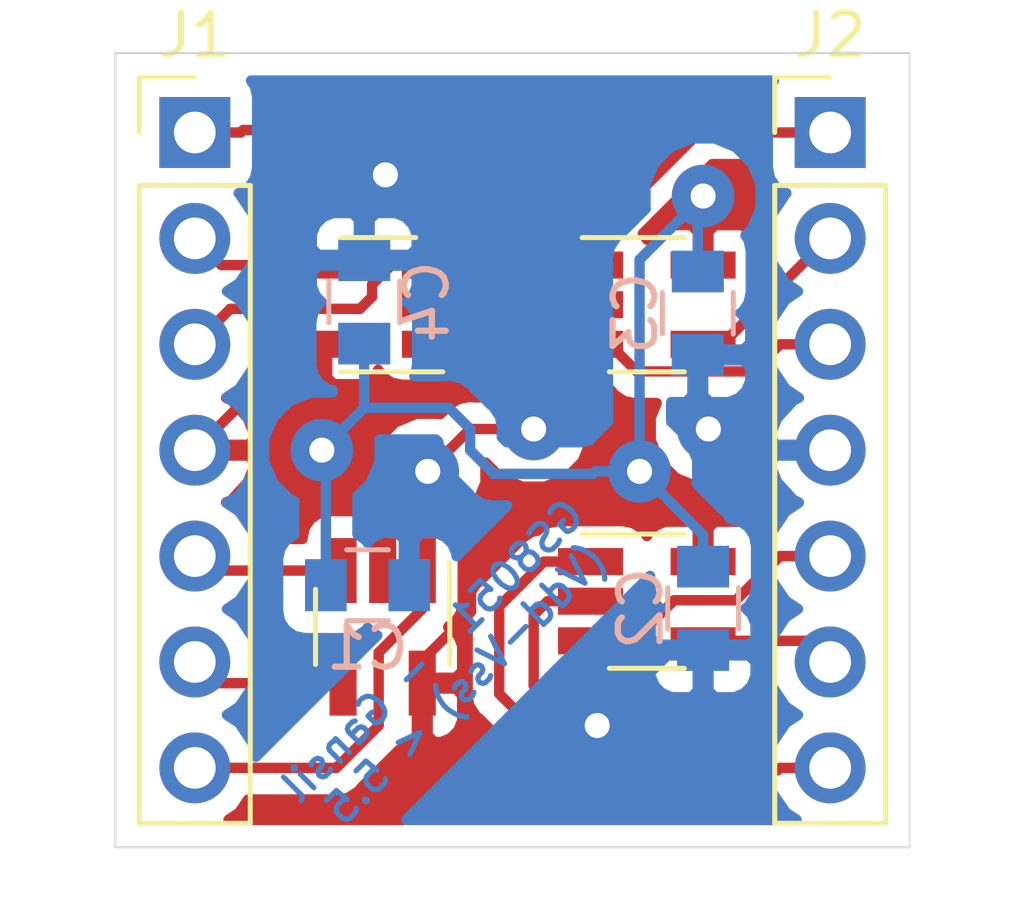
<source format=kicad_pcb>
(kicad_pcb (version 20171130) (host pcbnew 6.0.0-rc1-unknown-445a9fa~66~ubuntu16.04.1)

  (general
    (thickness 1.6)
    (drawings 5)
    (tracks 124)
    (zones 0)
    (modules 10)
    (nets 15)
  )

  (page A4)
  (layers
    (0 F.Cu signal)
    (31 B.Cu signal)
    (32 B.Adhes user)
    (33 F.Adhes user)
    (34 B.Paste user)
    (35 F.Paste user)
    (36 B.SilkS user)
    (37 F.SilkS user)
    (38 B.Mask user)
    (39 F.Mask user)
    (40 Dwgs.User user)
    (41 Cmts.User user)
    (42 Eco1.User user)
    (43 Eco2.User user)
    (44 Edge.Cuts user)
    (45 Margin user)
    (46 B.CrtYd user)
    (47 F.CrtYd user)
    (48 B.Fab user)
    (49 F.Fab user)
  )

  (setup
    (last_trace_width 0.25)
    (trace_clearance 0.3)
    (zone_clearance 0.508)
    (zone_45_only no)
    (trace_min 0.2)
    (via_size 1.5)
    (via_drill 0.6)
    (via_min_size 0.4)
    (via_min_drill 0.3)
    (uvia_size 0.3)
    (uvia_drill 0.1)
    (uvias_allowed no)
    (uvia_min_size 0.2)
    (uvia_min_drill 0.1)
    (edge_width 0.05)
    (segment_width 0.2)
    (pcb_text_width 0.3)
    (pcb_text_size 1.5 1.5)
    (mod_edge_width 0.12)
    (mod_text_size 1 1)
    (mod_text_width 0.15)
    (pad_size 1.524 1.524)
    (pad_drill 0.762)
    (pad_to_mask_clearance 0.051)
    (solder_mask_min_width 0.25)
    (aux_axis_origin 0 0)
    (visible_elements FFFFFF7F)
    (pcbplotparams
      (layerselection 0x010fc_ffffffff)
      (usegerberextensions false)
      (usegerberattributes false)
      (usegerberadvancedattributes false)
      (creategerberjobfile false)
      (excludeedgelayer true)
      (linewidth 0.100000)
      (plotframeref false)
      (viasonmask false)
      (mode 1)
      (useauxorigin false)
      (hpglpennumber 1)
      (hpglpenspeed 20)
      (hpglpendiameter 15.000000)
      (psnegative false)
      (psa4output false)
      (plotreference true)
      (plotvalue true)
      (plotinvisibletext false)
      (padsonsilk false)
      (subtractmaskfromsilk false)
      (outputformat 1)
      (mirror false)
      (drillshape 1)
      (scaleselection 1)
      (outputdirectory ""))
  )

  (net 0 "")
  (net 1 Out2)
  (net 2 In2-)
  (net 3 In2+)
  (net 4 Vdd)
  (net 5 In1+)
  (net 6 In1-)
  (net 7 Out1)
  (net 8 Out4)
  (net 9 In4-)
  (net 10 In4+)
  (net 11 GND)
  (net 12 In3+)
  (net 13 In3-)
  (net 14 Out3)

  (net_class Default "This is the default net class."
    (clearance 0.3)
    (trace_width 0.25)
    (via_dia 1.5)
    (via_drill 0.6)
    (uvia_dia 0.3)
    (uvia_drill 0.1)
    (add_net GND)
    (add_net In1+)
    (add_net In1-)
    (add_net In2+)
    (add_net In2-)
    (add_net In3+)
    (add_net In3-)
    (add_net In4+)
    (add_net In4-)
    (add_net Out1)
    (add_net Out2)
    (add_net Out3)
    (add_net Out4)
    (add_net Vdd)
  )

  (module Pin_Headers:Pin_Header_Straight_1x07_Pitch2.54mm (layer F.Cu) (tedit 59650532) (tstamp 5BF1E89C)
    (at 214.249 90.3605)
    (descr "Through hole straight pin header, 1x07, 2.54mm pitch, single row")
    (tags "Through hole pin header THT 1x07 2.54mm single row")
    (path /5BF1E0AE)
    (fp_text reference J1 (at 0 -2.33) (layer F.SilkS)
      (effects (font (size 1 1) (thickness 0.15)))
    )
    (fp_text value Conn_01x07 (at 0 17.57) (layer F.Fab)
      (effects (font (size 1 1) (thickness 0.15)))
    )
    (fp_text user %R (at 0 7.62 90) (layer F.Fab)
      (effects (font (size 1 1) (thickness 0.15)))
    )
    (fp_line (start 1.8 -1.8) (end -1.8 -1.8) (layer F.CrtYd) (width 0.05))
    (fp_line (start 1.8 17.05) (end 1.8 -1.8) (layer F.CrtYd) (width 0.05))
    (fp_line (start -1.8 17.05) (end 1.8 17.05) (layer F.CrtYd) (width 0.05))
    (fp_line (start -1.8 -1.8) (end -1.8 17.05) (layer F.CrtYd) (width 0.05))
    (fp_line (start -1.33 -1.33) (end 0 -1.33) (layer F.SilkS) (width 0.12))
    (fp_line (start -1.33 0) (end -1.33 -1.33) (layer F.SilkS) (width 0.12))
    (fp_line (start -1.33 1.27) (end 1.33 1.27) (layer F.SilkS) (width 0.12))
    (fp_line (start 1.33 1.27) (end 1.33 16.57) (layer F.SilkS) (width 0.12))
    (fp_line (start -1.33 1.27) (end -1.33 16.57) (layer F.SilkS) (width 0.12))
    (fp_line (start -1.33 16.57) (end 1.33 16.57) (layer F.SilkS) (width 0.12))
    (fp_line (start -1.27 -0.635) (end -0.635 -1.27) (layer F.Fab) (width 0.1))
    (fp_line (start -1.27 16.51) (end -1.27 -0.635) (layer F.Fab) (width 0.1))
    (fp_line (start 1.27 16.51) (end -1.27 16.51) (layer F.Fab) (width 0.1))
    (fp_line (start 1.27 -1.27) (end 1.27 16.51) (layer F.Fab) (width 0.1))
    (fp_line (start -0.635 -1.27) (end 1.27 -1.27) (layer F.Fab) (width 0.1))
    (pad 7 thru_hole oval (at 0 15.24) (size 1.7 1.7) (drill 1) (layers *.Cu *.Mask)
      (net 1 Out2))
    (pad 6 thru_hole oval (at 0 12.7) (size 1.7 1.7) (drill 1) (layers *.Cu *.Mask)
      (net 2 In2-))
    (pad 5 thru_hole oval (at 0 10.16) (size 1.7 1.7) (drill 1) (layers *.Cu *.Mask)
      (net 3 In2+))
    (pad 4 thru_hole oval (at 0 7.62) (size 1.7 1.7) (drill 1) (layers *.Cu *.Mask)
      (net 4 Vdd))
    (pad 3 thru_hole oval (at 0 5.08) (size 1.7 1.7) (drill 1) (layers *.Cu *.Mask)
      (net 5 In1+))
    (pad 2 thru_hole oval (at 0 2.54) (size 1.7 1.7) (drill 1) (layers *.Cu *.Mask)
      (net 6 In1-))
    (pad 1 thru_hole rect (at 0 0) (size 1.7 1.7) (drill 1) (layers *.Cu *.Mask)
      (net 7 Out1))
    (model ${KISYS3DMOD}/Pin_Headers.3dshapes/Pin_Header_Straight_1x07_Pitch2.54mm.wrl
      (at (xyz 0 0 0))
      (scale (xyz 1 1 1))
      (rotate (xyz 0 0 0))
    )
  )

  (module Pin_Headers:Pin_Header_Straight_1x07_Pitch2.54mm (layer F.Cu) (tedit 59650532) (tstamp 5BF1E8B7)
    (at 229.489 90.3605)
    (descr "Through hole straight pin header, 1x07, 2.54mm pitch, single row")
    (tags "Through hole pin header THT 1x07 2.54mm single row")
    (path /5BF1E0F6)
    (fp_text reference J2 (at 0 -2.33) (layer F.SilkS)
      (effects (font (size 1 1) (thickness 0.15)))
    )
    (fp_text value Conn_01x07 (at 0 17.57) (layer F.Fab)
      (effects (font (size 1 1) (thickness 0.15)))
    )
    (fp_line (start -0.635 -1.27) (end 1.27 -1.27) (layer F.Fab) (width 0.1))
    (fp_line (start 1.27 -1.27) (end 1.27 16.51) (layer F.Fab) (width 0.1))
    (fp_line (start 1.27 16.51) (end -1.27 16.51) (layer F.Fab) (width 0.1))
    (fp_line (start -1.27 16.51) (end -1.27 -0.635) (layer F.Fab) (width 0.1))
    (fp_line (start -1.27 -0.635) (end -0.635 -1.27) (layer F.Fab) (width 0.1))
    (fp_line (start -1.33 16.57) (end 1.33 16.57) (layer F.SilkS) (width 0.12))
    (fp_line (start -1.33 1.27) (end -1.33 16.57) (layer F.SilkS) (width 0.12))
    (fp_line (start 1.33 1.27) (end 1.33 16.57) (layer F.SilkS) (width 0.12))
    (fp_line (start -1.33 1.27) (end 1.33 1.27) (layer F.SilkS) (width 0.12))
    (fp_line (start -1.33 0) (end -1.33 -1.33) (layer F.SilkS) (width 0.12))
    (fp_line (start -1.33 -1.33) (end 0 -1.33) (layer F.SilkS) (width 0.12))
    (fp_line (start -1.8 -1.8) (end -1.8 17.05) (layer F.CrtYd) (width 0.05))
    (fp_line (start -1.8 17.05) (end 1.8 17.05) (layer F.CrtYd) (width 0.05))
    (fp_line (start 1.8 17.05) (end 1.8 -1.8) (layer F.CrtYd) (width 0.05))
    (fp_line (start 1.8 -1.8) (end -1.8 -1.8) (layer F.CrtYd) (width 0.05))
    (fp_text user %R (at 0 7.62 90) (layer F.Fab)
      (effects (font (size 1 1) (thickness 0.15)))
    )
    (pad 1 thru_hole rect (at 0 0) (size 1.7 1.7) (drill 1) (layers *.Cu *.Mask)
      (net 8 Out4))
    (pad 2 thru_hole oval (at 0 2.54) (size 1.7 1.7) (drill 1) (layers *.Cu *.Mask)
      (net 9 In4-))
    (pad 3 thru_hole oval (at 0 5.08) (size 1.7 1.7) (drill 1) (layers *.Cu *.Mask)
      (net 10 In4+))
    (pad 4 thru_hole oval (at 0 7.62) (size 1.7 1.7) (drill 1) (layers *.Cu *.Mask)
      (net 11 GND))
    (pad 5 thru_hole oval (at 0 10.16) (size 1.7 1.7) (drill 1) (layers *.Cu *.Mask)
      (net 12 In3+))
    (pad 6 thru_hole oval (at 0 12.7) (size 1.7 1.7) (drill 1) (layers *.Cu *.Mask)
      (net 13 In3-))
    (pad 7 thru_hole oval (at 0 15.24) (size 1.7 1.7) (drill 1) (layers *.Cu *.Mask)
      (net 14 Out3))
    (model ${KISYS3DMOD}/Pin_Headers.3dshapes/Pin_Header_Straight_1x07_Pitch2.54mm.wrl
      (at (xyz 0 0 0))
      (scale (xyz 1 1 1))
      (rotate (xyz 0 0 0))
    )
  )

  (module TO_SOT_Packages_SMD:SOT-23-5_HandSoldering (layer F.Cu) (tedit 58CE4E7E) (tstamp 5BF1E8CC)
    (at 218.647 94.4905 180)
    (descr "5-pin SOT23 package")
    (tags "SOT-23-5 hand-soldering")
    (path /5BF1F037)
    (attr smd)
    (fp_text reference U1 (at 0 -2.9 180) (layer F.SilkS) hide
      (effects (font (size 1 1) (thickness 0.15)))
    )
    (fp_text value "GS8051 - Gansil" (at 0 2.9 180) (layer F.Fab) hide
      (effects (font (size 1 1) (thickness 0.15)))
    )
    (fp_line (start 2.38 1.8) (end -2.38 1.8) (layer F.CrtYd) (width 0.05))
    (fp_line (start 2.38 1.8) (end 2.38 -1.8) (layer F.CrtYd) (width 0.05))
    (fp_line (start -2.38 -1.8) (end -2.38 1.8) (layer F.CrtYd) (width 0.05))
    (fp_line (start -2.38 -1.8) (end 2.38 -1.8) (layer F.CrtYd) (width 0.05))
    (fp_line (start 0.9 -1.55) (end 0.9 1.55) (layer F.Fab) (width 0.1))
    (fp_line (start 0.9 1.55) (end -0.9 1.55) (layer F.Fab) (width 0.1))
    (fp_line (start -0.9 -0.9) (end -0.9 1.55) (layer F.Fab) (width 0.1))
    (fp_line (start 0.9 -1.55) (end -0.25 -1.55) (layer F.Fab) (width 0.1))
    (fp_line (start -0.9 -0.9) (end -0.25 -1.55) (layer F.Fab) (width 0.1))
    (fp_line (start 0.9 -1.61) (end -1.55 -1.61) (layer F.SilkS) (width 0.12))
    (fp_line (start -0.9 1.61) (end 0.9 1.61) (layer F.SilkS) (width 0.12))
    (fp_text user %R (at -0.334 -0.442) (layer F.Fab)
      (effects (font (size 0.5 0.5) (thickness 0.075)))
    )
    (pad 5 smd rect (at 1.35 -0.95 180) (size 1.56 0.65) (layers F.Cu F.Paste F.Mask)
      (net 4 Vdd))
    (pad 4 smd rect (at 1.35 0.95 180) (size 1.56 0.65) (layers F.Cu F.Paste F.Mask)
      (net 6 In1-))
    (pad 3 smd rect (at -1.35 0.95 180) (size 1.56 0.65) (layers F.Cu F.Paste F.Mask)
      (net 5 In1+))
    (pad 2 smd rect (at -1.35 0 180) (size 1.56 0.65) (layers F.Cu F.Paste F.Mask)
      (net 11 GND))
    (pad 1 smd rect (at -1.35 -0.95 180) (size 1.56 0.65) (layers F.Cu F.Paste F.Mask)
      (net 7 Out1))
    (model ${KISYS3DMOD}/TO_SOT_Packages_SMD.3dshapes\SOT-23-5.wrl
      (at (xyz 0 0 0))
      (scale (xyz 1 1 1))
      (rotate (xyz 0 0 0))
    )
  )

  (module TO_SOT_Packages_SMD:SOT-23-5_HandSoldering (layer F.Cu) (tedit 58CE4E7E) (tstamp 5BF1E8E1)
    (at 225.091 101.6025)
    (descr "5-pin SOT23 package")
    (tags "SOT-23-5 hand-soldering")
    (path /5BF1F3E0)
    (attr smd)
    (fp_text reference U2 (at 0 -2.9) (layer F.SilkS) hide
      (effects (font (size 1 1) (thickness 0.15)))
    )
    (fp_text value "GS8051 - Gansil" (at 0 2.9) (layer F.Fab) hide
      (effects (font (size 1 1) (thickness 0.15)))
    )
    (fp_text user %R (at 0 0 90) (layer F.Fab)
      (effects (font (size 0.5 0.5) (thickness 0.075)))
    )
    (fp_line (start -0.9 1.61) (end 0.9 1.61) (layer F.SilkS) (width 0.12))
    (fp_line (start 0.9 -1.61) (end -1.55 -1.61) (layer F.SilkS) (width 0.12))
    (fp_line (start -0.9 -0.9) (end -0.25 -1.55) (layer F.Fab) (width 0.1))
    (fp_line (start 0.9 -1.55) (end -0.25 -1.55) (layer F.Fab) (width 0.1))
    (fp_line (start -0.9 -0.9) (end -0.9 1.55) (layer F.Fab) (width 0.1))
    (fp_line (start 0.9 1.55) (end -0.9 1.55) (layer F.Fab) (width 0.1))
    (fp_line (start 0.9 -1.55) (end 0.9 1.55) (layer F.Fab) (width 0.1))
    (fp_line (start -2.38 -1.8) (end 2.38 -1.8) (layer F.CrtYd) (width 0.05))
    (fp_line (start -2.38 -1.8) (end -2.38 1.8) (layer F.CrtYd) (width 0.05))
    (fp_line (start 2.38 1.8) (end 2.38 -1.8) (layer F.CrtYd) (width 0.05))
    (fp_line (start 2.38 1.8) (end -2.38 1.8) (layer F.CrtYd) (width 0.05))
    (pad 1 smd rect (at -1.35 -0.95) (size 1.56 0.65) (layers F.Cu F.Paste F.Mask)
      (net 14 Out3))
    (pad 2 smd rect (at -1.35 0) (size 1.56 0.65) (layers F.Cu F.Paste F.Mask)
      (net 11 GND))
    (pad 3 smd rect (at -1.35 0.95) (size 1.56 0.65) (layers F.Cu F.Paste F.Mask)
      (net 12 In3+))
    (pad 4 smd rect (at 1.35 0.95) (size 1.56 0.65) (layers F.Cu F.Paste F.Mask)
      (net 13 In3-))
    (pad 5 smd rect (at 1.35 -0.95) (size 1.56 0.65) (layers F.Cu F.Paste F.Mask)
      (net 4 Vdd))
    (model ${KISYS3DMOD}/TO_SOT_Packages_SMD.3dshapes\SOT-23-5.wrl
      (at (xyz 0 0 0))
      (scale (xyz 1 1 1))
      (rotate (xyz 0 0 0))
    )
  )

  (module TO_SOT_Packages_SMD:SOT-23-5_HandSoldering (layer F.Cu) (tedit 58CE4E7E) (tstamp 5BF1E8F6)
    (at 218.755 102.2185 270)
    (descr "5-pin SOT23 package")
    (tags "SOT-23-5 hand-soldering")
    (path /5BF1F4F3)
    (attr smd)
    (fp_text reference U3 (at 0 -2.9 270) (layer F.SilkS) hide
      (effects (font (size 1 1) (thickness 0.15)))
    )
    (fp_text value "GS8051 - Gansil" (at 0 2.9 270) (layer F.Fab) hide
      (effects (font (size 1 1) (thickness 0.15)))
    )
    (fp_line (start 2.38 1.8) (end -2.38 1.8) (layer F.CrtYd) (width 0.05))
    (fp_line (start 2.38 1.8) (end 2.38 -1.8) (layer F.CrtYd) (width 0.05))
    (fp_line (start -2.38 -1.8) (end -2.38 1.8) (layer F.CrtYd) (width 0.05))
    (fp_line (start -2.38 -1.8) (end 2.38 -1.8) (layer F.CrtYd) (width 0.05))
    (fp_line (start 0.9 -1.55) (end 0.9 1.55) (layer F.Fab) (width 0.1))
    (fp_line (start 0.9 1.55) (end -0.9 1.55) (layer F.Fab) (width 0.1))
    (fp_line (start -0.9 -0.9) (end -0.9 1.55) (layer F.Fab) (width 0.1))
    (fp_line (start 0.9 -1.55) (end -0.25 -1.55) (layer F.Fab) (width 0.1))
    (fp_line (start -0.9 -0.9) (end -0.25 -1.55) (layer F.Fab) (width 0.1))
    (fp_line (start 0.9 -1.61) (end -1.55 -1.61) (layer F.SilkS) (width 0.12))
    (fp_line (start -0.9 1.61) (end 0.9 1.61) (layer F.SilkS) (width 0.12))
    (fp_text user %R (at 0 0) (layer F.Fab)
      (effects (font (size 0.5 0.5) (thickness 0.075)))
    )
    (pad 5 smd rect (at 1.35 -0.95 270) (size 1.56 0.65) (layers F.Cu F.Paste F.Mask)
      (net 4 Vdd))
    (pad 4 smd rect (at 1.35 0.95 270) (size 1.56 0.65) (layers F.Cu F.Paste F.Mask)
      (net 2 In2-))
    (pad 3 smd rect (at -1.35 0.95 270) (size 1.56 0.65) (layers F.Cu F.Paste F.Mask)
      (net 3 In2+))
    (pad 2 smd rect (at -1.35 0 270) (size 1.56 0.65) (layers F.Cu F.Paste F.Mask)
      (net 11 GND))
    (pad 1 smd rect (at -1.35 -0.95 270) (size 1.56 0.65) (layers F.Cu F.Paste F.Mask)
      (net 1 Out2))
    (model ${KISYS3DMOD}/TO_SOT_Packages_SMD.3dshapes\SOT-23-5.wrl
      (at (xyz 0 0 0))
      (scale (xyz 1 1 1))
      (rotate (xyz 0 0 0))
    )
  )

  (module TO_SOT_Packages_SMD:SOT-23-5_HandSoldering (layer F.Cu) (tedit 58CE4E7E) (tstamp 5BF1E90B)
    (at 225.091 94.4905)
    (descr "5-pin SOT23 package")
    (tags "SOT-23-5 hand-soldering")
    (path /5BF1F68F)
    (attr smd)
    (fp_text reference U4 (at 0 -2.9) (layer F.SilkS) hide
      (effects (font (size 1 1) (thickness 0.15)))
    )
    (fp_text value "GS8051 - Gansil" (at 0 2.9) (layer F.Fab) hide
      (effects (font (size 1 1) (thickness 0.15)))
    )
    (fp_text user %R (at 0 0 90) (layer F.Fab)
      (effects (font (size 0.5 0.5) (thickness 0.075)))
    )
    (fp_line (start -0.9 1.61) (end 0.9 1.61) (layer F.SilkS) (width 0.12))
    (fp_line (start 0.9 -1.61) (end -1.55 -1.61) (layer F.SilkS) (width 0.12))
    (fp_line (start -0.9 -0.9) (end -0.25 -1.55) (layer F.Fab) (width 0.1))
    (fp_line (start 0.9 -1.55) (end -0.25 -1.55) (layer F.Fab) (width 0.1))
    (fp_line (start -0.9 -0.9) (end -0.9 1.55) (layer F.Fab) (width 0.1))
    (fp_line (start 0.9 1.55) (end -0.9 1.55) (layer F.Fab) (width 0.1))
    (fp_line (start 0.9 -1.55) (end 0.9 1.55) (layer F.Fab) (width 0.1))
    (fp_line (start -2.38 -1.8) (end 2.38 -1.8) (layer F.CrtYd) (width 0.05))
    (fp_line (start -2.38 -1.8) (end -2.38 1.8) (layer F.CrtYd) (width 0.05))
    (fp_line (start 2.38 1.8) (end 2.38 -1.8) (layer F.CrtYd) (width 0.05))
    (fp_line (start 2.38 1.8) (end -2.38 1.8) (layer F.CrtYd) (width 0.05))
    (pad 1 smd rect (at -1.35 -0.95) (size 1.56 0.65) (layers F.Cu F.Paste F.Mask)
      (net 8 Out4))
    (pad 2 smd rect (at -1.35 0) (size 1.56 0.65) (layers F.Cu F.Paste F.Mask)
      (net 11 GND))
    (pad 3 smd rect (at -1.35 0.95) (size 1.56 0.65) (layers F.Cu F.Paste F.Mask)
      (net 10 In4+))
    (pad 4 smd rect (at 1.35 0.95) (size 1.56 0.65) (layers F.Cu F.Paste F.Mask)
      (net 9 In4-))
    (pad 5 smd rect (at 1.35 -0.95) (size 1.56 0.65) (layers F.Cu F.Paste F.Mask)
      (net 4 Vdd))
    (model ${KISYS3DMOD}/TO_SOT_Packages_SMD.3dshapes\SOT-23-5.wrl
      (at (xyz 0 0 0))
      (scale (xyz 1 1 1))
      (rotate (xyz 0 0 0))
    )
  )

  (module Capacitors_SMD:C_0805 (layer B.Cu) (tedit 58AA8463) (tstamp 5BF42C01)
    (at 218.3925 101.219)
    (descr "Capacitor SMD 0805, reflow soldering, AVX (see smccp.pdf)")
    (tags "capacitor 0805")
    (path /5BF439C4)
    (attr smd)
    (fp_text reference C1 (at 0 1.5) (layer B.SilkS)
      (effects (font (size 1 1) (thickness 0.15)) (justify mirror))
    )
    (fp_text value 100n (at 0 -1.75) (layer B.Fab)
      (effects (font (size 1 1) (thickness 0.15)) (justify mirror))
    )
    (fp_line (start 1.75 -0.87) (end -1.75 -0.87) (layer B.CrtYd) (width 0.05))
    (fp_line (start 1.75 -0.87) (end 1.75 0.88) (layer B.CrtYd) (width 0.05))
    (fp_line (start -1.75 0.88) (end -1.75 -0.87) (layer B.CrtYd) (width 0.05))
    (fp_line (start -1.75 0.88) (end 1.75 0.88) (layer B.CrtYd) (width 0.05))
    (fp_line (start -0.5 -0.85) (end 0.5 -0.85) (layer B.SilkS) (width 0.12))
    (fp_line (start 0.5 0.85) (end -0.5 0.85) (layer B.SilkS) (width 0.12))
    (fp_line (start -1 0.62) (end 1 0.62) (layer B.Fab) (width 0.1))
    (fp_line (start 1 0.62) (end 1 -0.62) (layer B.Fab) (width 0.1))
    (fp_line (start 1 -0.62) (end -1 -0.62) (layer B.Fab) (width 0.1))
    (fp_line (start -1 -0.62) (end -1 0.62) (layer B.Fab) (width 0.1))
    (fp_text user %R (at 0 1.5) (layer B.Fab)
      (effects (font (size 1 1) (thickness 0.15)) (justify mirror))
    )
    (pad 2 smd rect (at 1 0) (size 1 1.25) (layers B.Cu B.Paste B.Mask)
      (net 11 GND))
    (pad 1 smd rect (at -1 0) (size 1 1.25) (layers B.Cu B.Paste B.Mask)
      (net 4 Vdd))
    (model Capacitors_SMD.3dshapes/C_0805.wrl
      (at (xyz 0 0 0))
      (scale (xyz 1 1 1))
      (rotate (xyz 0 0 0))
    )
  )

  (module Capacitors_SMD:C_0805 (layer B.Cu) (tedit 58AA8463) (tstamp 5BF42C12)
    (at 226.441 101.7745 270)
    (descr "Capacitor SMD 0805, reflow soldering, AVX (see smccp.pdf)")
    (tags "capacitor 0805")
    (path /5BF44838)
    (attr smd)
    (fp_text reference C2 (at 0 1.5 270) (layer B.SilkS)
      (effects (font (size 1 1) (thickness 0.15)) (justify mirror))
    )
    (fp_text value 100nF (at 0 -1.75 270) (layer B.Fab)
      (effects (font (size 1 1) (thickness 0.15)) (justify mirror))
    )
    (fp_text user %R (at 0 1.5 270) (layer B.Fab)
      (effects (font (size 1 1) (thickness 0.15)) (justify mirror))
    )
    (fp_line (start -1 -0.62) (end -1 0.62) (layer B.Fab) (width 0.1))
    (fp_line (start 1 -0.62) (end -1 -0.62) (layer B.Fab) (width 0.1))
    (fp_line (start 1 0.62) (end 1 -0.62) (layer B.Fab) (width 0.1))
    (fp_line (start -1 0.62) (end 1 0.62) (layer B.Fab) (width 0.1))
    (fp_line (start 0.5 0.85) (end -0.5 0.85) (layer B.SilkS) (width 0.12))
    (fp_line (start -0.5 -0.85) (end 0.5 -0.85) (layer B.SilkS) (width 0.12))
    (fp_line (start -1.75 0.88) (end 1.75 0.88) (layer B.CrtYd) (width 0.05))
    (fp_line (start -1.75 0.88) (end -1.75 -0.87) (layer B.CrtYd) (width 0.05))
    (fp_line (start 1.75 -0.87) (end 1.75 0.88) (layer B.CrtYd) (width 0.05))
    (fp_line (start 1.75 -0.87) (end -1.75 -0.87) (layer B.CrtYd) (width 0.05))
    (pad 1 smd rect (at -1 0 270) (size 1 1.25) (layers B.Cu B.Paste B.Mask)
      (net 4 Vdd))
    (pad 2 smd rect (at 1 0 270) (size 1 1.25) (layers B.Cu B.Paste B.Mask)
      (net 11 GND))
    (model Capacitors_SMD.3dshapes/C_0805.wrl
      (at (xyz 0 0 0))
      (scale (xyz 1 1 1))
      (rotate (xyz 0 0 0))
    )
  )

  (module Capacitors_SMD:C_0805 (layer B.Cu) (tedit 58AA8463) (tstamp 5BF42C23)
    (at 226.314 94.6945 270)
    (descr "Capacitor SMD 0805, reflow soldering, AVX (see smccp.pdf)")
    (tags "capacitor 0805")
    (path /5BF44FBD)
    (attr smd)
    (fp_text reference C3 (at 0 1.5 270) (layer B.SilkS)
      (effects (font (size 1 1) (thickness 0.15)) (justify mirror))
    )
    (fp_text value 100nF (at 0 -1.75 270) (layer B.Fab)
      (effects (font (size 1 1) (thickness 0.15)) (justify mirror))
    )
    (fp_line (start 1.75 -0.87) (end -1.75 -0.87) (layer B.CrtYd) (width 0.05))
    (fp_line (start 1.75 -0.87) (end 1.75 0.88) (layer B.CrtYd) (width 0.05))
    (fp_line (start -1.75 0.88) (end -1.75 -0.87) (layer B.CrtYd) (width 0.05))
    (fp_line (start -1.75 0.88) (end 1.75 0.88) (layer B.CrtYd) (width 0.05))
    (fp_line (start -0.5 -0.85) (end 0.5 -0.85) (layer B.SilkS) (width 0.12))
    (fp_line (start 0.5 0.85) (end -0.5 0.85) (layer B.SilkS) (width 0.12))
    (fp_line (start -1 0.62) (end 1 0.62) (layer B.Fab) (width 0.1))
    (fp_line (start 1 0.62) (end 1 -0.62) (layer B.Fab) (width 0.1))
    (fp_line (start 1 -0.62) (end -1 -0.62) (layer B.Fab) (width 0.1))
    (fp_line (start -1 -0.62) (end -1 0.62) (layer B.Fab) (width 0.1))
    (fp_text user %R (at 0 1.5 270) (layer B.Fab)
      (effects (font (size 1 1) (thickness 0.15)) (justify mirror))
    )
    (pad 2 smd rect (at 1 0 270) (size 1 1.25) (layers B.Cu B.Paste B.Mask)
      (net 11 GND))
    (pad 1 smd rect (at -1 0 270) (size 1 1.25) (layers B.Cu B.Paste B.Mask)
      (net 4 Vdd))
    (model Capacitors_SMD.3dshapes/C_0805.wrl
      (at (xyz 0 0 0))
      (scale (xyz 1 1 1))
      (rotate (xyz 0 0 0))
    )
  )

  (module Capacitors_SMD:C_0805 (layer B.Cu) (tedit 58AA8463) (tstamp 5BF42C34)
    (at 218.313 94.4245 90)
    (descr "Capacitor SMD 0805, reflow soldering, AVX (see smccp.pdf)")
    (tags "capacitor 0805")
    (path /5BF44FC7)
    (attr smd)
    (fp_text reference C4 (at 0 1.5 90) (layer B.SilkS)
      (effects (font (size 1 1) (thickness 0.15)) (justify mirror))
    )
    (fp_text value 100nF (at 0 -1.75 90) (layer B.Fab)
      (effects (font (size 1 1) (thickness 0.15)) (justify mirror))
    )
    (fp_text user %R (at 0 1.5 90) (layer B.Fab)
      (effects (font (size 1 1) (thickness 0.15)) (justify mirror))
    )
    (fp_line (start -1 -0.62) (end -1 0.62) (layer B.Fab) (width 0.1))
    (fp_line (start 1 -0.62) (end -1 -0.62) (layer B.Fab) (width 0.1))
    (fp_line (start 1 0.62) (end 1 -0.62) (layer B.Fab) (width 0.1))
    (fp_line (start -1 0.62) (end 1 0.62) (layer B.Fab) (width 0.1))
    (fp_line (start 0.5 0.85) (end -0.5 0.85) (layer B.SilkS) (width 0.12))
    (fp_line (start -0.5 -0.85) (end 0.5 -0.85) (layer B.SilkS) (width 0.12))
    (fp_line (start -1.75 0.88) (end 1.75 0.88) (layer B.CrtYd) (width 0.05))
    (fp_line (start -1.75 0.88) (end -1.75 -0.87) (layer B.CrtYd) (width 0.05))
    (fp_line (start 1.75 -0.87) (end 1.75 0.88) (layer B.CrtYd) (width 0.05))
    (fp_line (start 1.75 -0.87) (end -1.75 -0.87) (layer B.CrtYd) (width 0.05))
    (pad 1 smd rect (at -1 0 90) (size 1 1.25) (layers B.Cu B.Paste B.Mask)
      (net 4 Vdd))
    (pad 2 smd rect (at 1 0 90) (size 1 1.25) (layers B.Cu B.Paste B.Mask)
      (net 11 GND))
    (model Capacitors_SMD.3dshapes/C_0805.wrl
      (at (xyz 0 0 0))
      (scale (xyz 1 1 1))
      (rotate (xyz 0 0 0))
    )
  )

  (gr_line (start 212.344 107.5055) (end 212.344 88.4555) (layer Edge.Cuts) (width 0.05))
  (gr_line (start 231.394 107.5055) (end 212.344 107.5055) (layer Edge.Cuts) (width 0.05))
  (gr_line (start 231.394 88.4555) (end 231.394 107.5055) (layer Edge.Cuts) (width 0.05))
  (gr_line (start 212.344 88.4555) (end 231.394 88.4555) (layer Edge.Cuts) (width 0.05))
  (gr_text "GS8051  - Gansil\n(Vdd-Vss) < 5.5\n" (at 220.345 103.1875 45) (layer B.Cu)
    (effects (font (size 0.7 0.7) (thickness 0.125)) (justify mirror))
  )

  (segment (start 219.705 101.788502) (end 219.705 100.8685) (width 0.25) (layer F.Cu) (net 1))
  (segment (start 214.249 105.6005) (end 217.643002 105.6005) (width 0.25) (layer F.Cu) (net 1))
  (segment (start 217.643002 105.6005) (end 218.659002 104.5845) (width 0.25) (layer F.Cu) (net 1))
  (segment (start 218.659002 104.5845) (end 218.659002 102.8345) (width 0.25) (layer F.Cu) (net 1))
  (segment (start 218.659002 102.8345) (end 219.705 101.788502) (width 0.25) (layer F.Cu) (net 1))
  (segment (start 214.757 103.5685) (end 214.249 103.0605) (width 0.25) (layer F.Cu) (net 2))
  (segment (start 217.805 103.5685) (end 214.757 103.5685) (width 0.25) (layer F.Cu) (net 2))
  (segment (start 214.597 100.8685) (end 214.249 100.5205) (width 0.25) (layer F.Cu) (net 3))
  (segment (start 217.805 100.8685) (end 214.597 100.8685) (width 0.25) (layer F.Cu) (net 3))
  (segment (start 214.249 97.8735) (end 214.249 97.9805) (width 0.25) (layer F.Cu) (net 4))
  (segment (start 215.098999 97.130501) (end 214.249 97.9805) (width 0.25) (layer F.Cu) (net 4))
  (segment (start 216.789 95.4405) (end 215.098999 97.130501) (width 0.25) (layer F.Cu) (net 4))
  (segment (start 217.297 95.4405) (end 216.789 95.4405) (width 0.25) (layer F.Cu) (net 4))
  (via (at 226.441 91.8845) (size 1.5) (drill 0.6) (layers F.Cu B.Cu) (net 4))
  (segment (start 226.441 93.5405) (end 226.441 91.8845) (width 0.25) (layer F.Cu) (net 4))
  (segment (start 219.705 103.5685) (end 219.705 103.02209) (width 0.25) (layer F.Cu) (net 4))
  (via (at 224.917 98.4885) (size 1.5) (drill 0.6) (layers F.Cu B.Cu) (net 4))
  (segment (start 224.409 98.9965) (end 224.917 98.4885) (width 0.25) (layer F.Cu) (net 4))
  (segment (start 222.885 98.9965) (end 224.409 98.9965) (width 0.25) (layer F.Cu) (net 4))
  (segment (start 226.441 100.0125) (end 224.917 98.4885) (width 0.25) (layer F.Cu) (net 4))
  (segment (start 226.441 100.6525) (end 226.441 100.0125) (width 0.25) (layer F.Cu) (net 4))
  (segment (start 224.917 93.4085) (end 224.917 98.4885) (width 0.25) (layer B.Cu) (net 4))
  (segment (start 226.441 91.8845) (end 224.917 93.4085) (width 0.25) (layer B.Cu) (net 4))
  (segment (start 223.797339 98.547501) (end 221.420001 98.547501) (width 0.25) (layer B.Cu) (net 4))
  (segment (start 223.85634 98.4885) (end 223.797339 98.547501) (width 0.25) (layer B.Cu) (net 4))
  (segment (start 224.917 98.4885) (end 223.85634 98.4885) (width 0.25) (layer B.Cu) (net 4))
  (segment (start 221.420001 98.547501) (end 220.853 97.9805) (width 0.25) (layer B.Cu) (net 4))
  (segment (start 220.853 97.9805) (end 220.853 97.4725) (width 0.25) (layer B.Cu) (net 4))
  (segment (start 220.853 97.4725) (end 220.345 96.9645) (width 0.25) (layer B.Cu) (net 4))
  (segment (start 220.345 96.9645) (end 218.313 96.9645) (width 0.25) (layer B.Cu) (net 4))
  (via (at 217.297 97.9805) (size 1.5) (drill 0.6) (layers F.Cu B.Cu) (net 4))
  (segment (start 217.297 97.9805) (end 214.249 97.9805) (width 0.25) (layer F.Cu) (net 4))
  (segment (start 217.3925 98.076) (end 217.297 97.9805) (width 0.25) (layer B.Cu) (net 4))
  (segment (start 217.3925 101.219) (end 217.3925 98.076) (width 0.25) (layer B.Cu) (net 4))
  (segment (start 226.314 92.0115) (end 226.441 91.8845) (width 0.25) (layer B.Cu) (net 4))
  (segment (start 226.314 93.6945) (end 226.314 92.0115) (width 0.25) (layer B.Cu) (net 4))
  (segment (start 218.313 96.9645) (end 217.297 97.9805) (width 0.25) (layer B.Cu) (net 4))
  (segment (start 218.313 95.4245) (end 218.313 96.9645) (width 0.25) (layer B.Cu) (net 4))
  (segment (start 226.441 100.0125) (end 224.917 98.4885) (width 0.25) (layer B.Cu) (net 4))
  (segment (start 226.441 100.7745) (end 226.441 100.0125) (width 0.25) (layer B.Cu) (net 4))
  (segment (start 221.52818 100.203) (end 221.6785 100.203) (width 0.25) (layer F.Cu) (net 4))
  (segment (start 221.6785 100.203) (end 222.885 98.9965) (width 0.25) (layer F.Cu) (net 4))
  (segment (start 221.2975 100.43368) (end 221.25732 100.43368) (width 0.25) (layer F.Cu) (net 4))
  (segment (start 221.2975 100.43368) (end 221.52818 100.203) (width 0.25) (layer F.Cu) (net 4))
  (segment (start 221.25732 100.43368) (end 220.87309 100.81791) (width 0.25) (layer F.Cu) (net 4))
  (segment (start 220.87309 100.81791) (end 220.87309 101.854) (width 0.25) (layer F.Cu) (net 4))
  (segment (start 219.705 103.02209) (end 220.87309 101.854) (width 0.25) (layer F.Cu) (net 4))
  (segment (start 218.502001 94.005499) (end 218.967 93.5405) (width 0.25) (layer F.Cu) (net 5))
  (segment (start 218.967 93.5405) (end 219.997 93.5405) (width 0.25) (layer F.Cu) (net 5))
  (segment (start 218.502001 94.298999) (end 218.502001 94.005499) (width 0.25) (layer F.Cu) (net 5))
  (segment (start 218.210499 94.590501) (end 218.502001 94.298999) (width 0.25) (layer F.Cu) (net 5))
  (segment (start 215.098999 94.590501) (end 218.210499 94.590501) (width 0.25) (layer F.Cu) (net 5))
  (segment (start 214.249 95.4405) (end 215.098999 94.590501) (width 0.25) (layer F.Cu) (net 5))
  (segment (start 214.889 93.5405) (end 214.249 92.9005) (width 0.25) (layer F.Cu) (net 6))
  (segment (start 217.297 93.5405) (end 214.889 93.5405) (width 0.25) (layer F.Cu) (net 6))
  (segment (start 221.428999 90.301499) (end 215.408001 90.301499) (width 0.25) (layer F.Cu) (net 7))
  (segment (start 222.1865 91.059) (end 221.428999 90.301499) (width 0.25) (layer F.Cu) (net 7))
  (segment (start 222.1865 94.2975) (end 222.1865 91.059) (width 0.25) (layer F.Cu) (net 7))
  (segment (start 221.027 95.4405) (end 221.9325 94.535) (width 0.25) (layer F.Cu) (net 7))
  (segment (start 221.9325 94.535) (end 221.949 94.535) (width 0.25) (layer F.Cu) (net 7))
  (segment (start 215.349 90.3605) (end 214.249 90.3605) (width 0.25) (layer F.Cu) (net 7))
  (segment (start 215.408001 90.301499) (end 215.349 90.3605) (width 0.25) (layer F.Cu) (net 7))
  (segment (start 219.997 95.4405) (end 221.027 95.4405) (width 0.25) (layer F.Cu) (net 7))
  (segment (start 221.949 94.535) (end 222.1865 94.2975) (width 0.25) (layer F.Cu) (net 7))
  (segment (start 228.389 90.3605) (end 229.489 90.3605) (width 0.25) (layer F.Cu) (net 8))
  (segment (start 223.741 92.9655) (end 226.346 90.3605) (width 0.25) (layer F.Cu) (net 8))
  (segment (start 226.346 90.3605) (end 228.389 90.3605) (width 0.25) (layer F.Cu) (net 8))
  (segment (start 223.741 93.5405) (end 223.741 92.9655) (width 0.25) (layer F.Cu) (net 8))
  (segment (start 229.436 92.9005) (end 229.489 92.9005) (width 0.25) (layer F.Cu) (net 9))
  (segment (start 226.896 95.4405) (end 229.436 92.9005) (width 0.25) (layer F.Cu) (net 9))
  (segment (start 226.441 95.4405) (end 226.896 95.4405) (width 0.25) (layer F.Cu) (net 9))
  (segment (start 227.636918 96.090501) (end 228.286919 95.4405) (width 0.25) (layer F.Cu) (net 10))
  (segment (start 228.286919 95.4405) (end 229.489 95.4405) (width 0.25) (layer F.Cu) (net 10))
  (segment (start 224.846001 96.090501) (end 227.636918 96.090501) (width 0.25) (layer F.Cu) (net 10))
  (segment (start 224.196 95.4405) (end 224.846001 96.090501) (width 0.25) (layer F.Cu) (net 10))
  (segment (start 223.741 95.4405) (end 224.196 95.4405) (width 0.25) (layer F.Cu) (net 10))
  (via (at 218.821 91.3765) (size 1.5) (drill 0.6) (layers F.Cu B.Cu) (net 11))
  (segment (start 219.997 94.4905) (end 221.027 94.4905) (width 0.25) (layer F.Cu) (net 11))
  (segment (start 218.755 99.8385) (end 219.837 98.7565) (width 0.25) (layer F.Cu) (net 11))
  (segment (start 218.755 100.8685) (end 218.755 99.8385) (width 0.25) (layer F.Cu) (net 11))
  (via (at 219.837 98.4885) (size 1.5) (drill 0.6) (layers F.Cu B.Cu) (net 11))
  (segment (start 219.837 98.7565) (end 219.837 98.4885) (width 0.25) (layer F.Cu) (net 11))
  (via (at 222.377 97.4725) (size 1.5) (drill 0.6) (layers F.Cu B.Cu) (net 11))
  (segment (start 222.377 94.8245) (end 222.377 97.4725) (width 0.25) (layer F.Cu) (net 11))
  (segment (start 222.711 94.4905) (end 222.377 94.8245) (width 0.25) (layer F.Cu) (net 11))
  (segment (start 223.741 94.4905) (end 222.711 94.4905) (width 0.25) (layer F.Cu) (net 11))
  (via (at 223.901 104.5845) (size 1.5) (drill 0.6) (layers F.Cu B.Cu) (net 11))
  (via (at 226.568 97.4725) (size 1.5) (drill 0.6) (layers F.Cu B.Cu) (net 11))
  (segment (start 227.076 97.9805) (end 226.568 97.4725) (width 0.25) (layer F.Cu) (net 11))
  (segment (start 229.489 97.9805) (end 227.076 97.9805) (width 0.25) (layer F.Cu) (net 11))
  (segment (start 223.52 104.2035) (end 223.901 104.5845) (width 0.25) (layer B.Cu) (net 11))
  (segment (start 226.314 97.2185) (end 226.568 97.4725) (width 0.25) (layer B.Cu) (net 11))
  (segment (start 226.314 95.6945) (end 226.314 97.2185) (width 0.25) (layer B.Cu) (net 11))
  (segment (start 218.313 91.8845) (end 218.821 91.3765) (width 0.25) (layer B.Cu) (net 11))
  (segment (start 218.313 93.4245) (end 218.313 91.8845) (width 0.25) (layer B.Cu) (net 11))
  (segment (start 220.853 97.4725) (end 222.377 97.4725) (width 0.25) (layer F.Cu) (net 11))
  (segment (start 219.837 98.4885) (end 220.853 97.4725) (width 0.25) (layer F.Cu) (net 11))
  (segment (start 225.711 102.7745) (end 226.441 102.7745) (width 0.25) (layer B.Cu) (net 11))
  (segment (start 223.901 104.5845) (end 225.711 102.7745) (width 0.25) (layer B.Cu) (net 11))
  (segment (start 221.027 94.4905) (end 221.4245 94.093) (width 0.25) (layer F.Cu) (net 11))
  (segment (start 221.4245 94.093) (end 221.4245 92.964) (width 0.25) (layer F.Cu) (net 11))
  (segment (start 220.586999 92.126499) (end 219.570999 92.126499) (width 0.25) (layer F.Cu) (net 11))
  (segment (start 219.570999 92.126499) (end 218.821 91.3765) (width 0.25) (layer F.Cu) (net 11))
  (segment (start 221.4245 92.964) (end 220.586999 92.126499) (width 0.25) (layer F.Cu) (net 11))
  (segment (start 223.4565 104.14) (end 223.901 104.5845) (width 0.25) (layer F.Cu) (net 11))
  (segment (start 223.741 101.6025) (end 222.711 101.6025) (width 0.25) (layer F.Cu) (net 11))
  (segment (start 222.885 104.14) (end 223.4565 104.14) (width 0.25) (layer F.Cu) (net 11))
  (segment (start 222.711 101.6025) (end 222.377 101.9365) (width 0.25) (layer F.Cu) (net 11))
  (segment (start 222.377 101.9365) (end 222.377 103.632) (width 0.25) (layer F.Cu) (net 11))
  (segment (start 222.377 103.632) (end 222.885 104.14) (width 0.25) (layer F.Cu) (net 11))
  (segment (start 223.741 102.5525) (end 224.771 102.5525) (width 0.25) (layer F.Cu) (net 12))
  (segment (start 227.226419 101.581) (end 228.286919 100.5205) (width 0.25) (layer F.Cu) (net 12))
  (segment (start 228.286919 100.5205) (end 229.489 100.5205) (width 0.25) (layer F.Cu) (net 12))
  (segment (start 224.771 102.5525) (end 225.7425 101.581) (width 0.25) (layer F.Cu) (net 12))
  (segment (start 225.7425 101.581) (end 227.226419 101.581) (width 0.25) (layer F.Cu) (net 12))
  (segment (start 228.981 102.5525) (end 229.489 103.0605) (width 0.25) (layer F.Cu) (net 13))
  (segment (start 226.441 102.5525) (end 228.981 102.5525) (width 0.25) (layer F.Cu) (net 13))
  (segment (start 223.384999 105.659501) (end 228.227918 105.659501) (width 0.25) (layer F.Cu) (net 14))
  (segment (start 223.741 100.6525) (end 222.626 100.6525) (width 0.25) (layer F.Cu) (net 14))
  (segment (start 228.227918 105.659501) (end 228.286919 105.6005) (width 0.25) (layer F.Cu) (net 14))
  (segment (start 221.5515 101.727) (end 221.5515 103.826002) (width 0.25) (layer F.Cu) (net 14))
  (segment (start 228.286919 105.6005) (end 229.489 105.6005) (width 0.25) (layer F.Cu) (net 14))
  (segment (start 222.626 100.6525) (end 221.5515 101.727) (width 0.25) (layer F.Cu) (net 14))
  (segment (start 221.5515 103.826002) (end 223.384999 105.659501) (width 0.25) (layer F.Cu) (net 14))

  (zone (net 11) (net_name GND) (layer B.Cu) (tstamp 0) (hatch edge 0.508)
    (connect_pads (clearance 0.508))
    (min_thickness 0.254)
    (fill yes (arc_segments 16) (thermal_gap 0.508) (thermal_bridge_width 0.508))
    (polygon
      (pts
        (xy 212.344 88.4555) (xy 231.394 88.4555) (xy 231.394 107.5055) (xy 212.344 107.5055)
      )
    )
    (filled_polygon
      (pts
        (xy 228.040843 89.262735) (xy 227.99156 89.5105) (xy 227.99156 91.2105) (xy 228.040843 91.458265) (xy 228.181191 91.668309)
        (xy 228.391235 91.808657) (xy 228.436619 91.817684) (xy 228.418375 91.829875) (xy 228.090161 92.321082) (xy 227.974908 92.9005)
        (xy 228.090161 93.479918) (xy 228.418375 93.971125) (xy 228.716761 94.1705) (xy 228.418375 94.369875) (xy 228.090161 94.861082)
        (xy 227.974908 95.4405) (xy 228.090161 96.019918) (xy 228.418375 96.511125) (xy 228.737478 96.724343) (xy 228.607642 96.785317)
        (xy 228.217355 97.213576) (xy 228.047524 97.62361) (xy 228.168845 97.8535) (xy 229.362 97.8535) (xy 229.362 97.8335)
        (xy 229.616 97.8335) (xy 229.616 97.8535) (xy 229.636 97.8535) (xy 229.636 98.1075) (xy 229.616 98.1075)
        (xy 229.616 98.1275) (xy 229.362 98.1275) (xy 229.362 98.1075) (xy 228.168845 98.1075) (xy 228.047524 98.33739)
        (xy 228.217355 98.747424) (xy 228.607642 99.175683) (xy 228.737478 99.236657) (xy 228.418375 99.449875) (xy 228.090161 99.941082)
        (xy 227.974908 100.5205) (xy 228.090161 101.099918) (xy 228.418375 101.591125) (xy 228.716761 101.7905) (xy 228.418375 101.989875)
        (xy 228.090161 102.481082) (xy 227.974908 103.0605) (xy 228.090161 103.639918) (xy 228.418375 104.131125) (xy 228.716761 104.3305)
        (xy 228.418375 104.529875) (xy 228.090161 105.021082) (xy 227.974908 105.6005) (xy 228.090161 106.179918) (xy 228.418375 106.671125)
        (xy 228.679346 106.8455) (xy 219.320619 106.8455) (xy 223.105869 103.06025) (xy 225.181 103.06025) (xy 225.181 103.400809)
        (xy 225.277673 103.634198) (xy 225.456301 103.812827) (xy 225.68969 103.9095) (xy 226.15525 103.9095) (xy 226.314 103.75075)
        (xy 226.314 102.9015) (xy 226.568 102.9015) (xy 226.568 103.75075) (xy 226.72675 103.9095) (xy 227.19231 103.9095)
        (xy 227.425699 103.812827) (xy 227.604327 103.634198) (xy 227.701 103.400809) (xy 227.701 103.06025) (xy 227.54225 102.9015)
        (xy 226.568 102.9015) (xy 226.314 102.9015) (xy 225.33975 102.9015) (xy 225.181 103.06025) (xy 223.105869 103.06025)
        (xy 225.16856 100.997559) (xy 225.16856 101.2745) (xy 225.217843 101.522265) (xy 225.358191 101.732309) (xy 225.41932 101.773154)
        (xy 225.277673 101.914802) (xy 225.181 102.148191) (xy 225.181 102.48875) (xy 225.33975 102.6475) (xy 226.314 102.6475)
        (xy 226.314 102.6275) (xy 226.568 102.6275) (xy 226.568 102.6475) (xy 227.54225 102.6475) (xy 227.701 102.48875)
        (xy 227.701 102.148191) (xy 227.604327 101.914802) (xy 227.46268 101.773154) (xy 227.523809 101.732309) (xy 227.664157 101.522265)
        (xy 227.71344 101.2745) (xy 227.71344 100.2745) (xy 227.664157 100.026735) (xy 227.523809 99.816691) (xy 227.313765 99.676343)
        (xy 227.102329 99.634286) (xy 227.097501 99.62706) (xy 227.031329 99.528026) (xy 227.031327 99.528024) (xy 226.988929 99.464571)
        (xy 226.925476 99.422173) (xy 226.291835 98.788533) (xy 226.302 98.763994) (xy 226.302 98.213006) (xy 226.091147 97.70396)
        (xy 225.70154 97.314353) (xy 225.677 97.304188) (xy 225.677 96.8295) (xy 226.02825 96.8295) (xy 226.187 96.67075)
        (xy 226.187 95.8215) (xy 226.441 95.8215) (xy 226.441 96.67075) (xy 226.59975 96.8295) (xy 227.06531 96.8295)
        (xy 227.298699 96.732827) (xy 227.477327 96.554198) (xy 227.574 96.320809) (xy 227.574 95.98025) (xy 227.41525 95.8215)
        (xy 226.441 95.8215) (xy 226.187 95.8215) (xy 226.167 95.8215) (xy 226.167 95.5675) (xy 226.187 95.5675)
        (xy 226.187 95.5475) (xy 226.441 95.5475) (xy 226.441 95.5675) (xy 227.41525 95.5675) (xy 227.574 95.40875)
        (xy 227.574 95.068191) (xy 227.477327 94.834802) (xy 227.33568 94.693154) (xy 227.396809 94.652309) (xy 227.537157 94.442265)
        (xy 227.58644 94.1945) (xy 227.58644 93.1945) (xy 227.537157 92.946735) (xy 227.457166 92.827021) (xy 227.615147 92.66904)
        (xy 227.826 92.159994) (xy 227.826 91.609006) (xy 227.615147 91.09996) (xy 227.22554 90.710353) (xy 226.716494 90.4995)
        (xy 226.165506 90.4995) (xy 225.65646 90.710353) (xy 225.266853 91.09996) (xy 225.056 91.609006) (xy 225.056 92.159994)
        (xy 225.066165 92.184534) (xy 224.43253 92.818169) (xy 224.369071 92.860571) (xy 224.201096 93.111964) (xy 224.157 93.333649)
        (xy 224.157 93.333653) (xy 224.142112 93.4085) (xy 224.157 93.483347) (xy 224.157001 97.304188) (xy 224.13246 97.314353)
        (xy 223.742853 97.70396) (xy 223.728306 97.739078) (xy 223.559803 97.772596) (xy 223.537496 97.787501) (xy 221.734803 97.787501)
        (xy 221.613 97.665699) (xy 221.613 97.547346) (xy 221.627888 97.472499) (xy 221.613 97.397652) (xy 221.613 97.397648)
        (xy 221.568904 97.175963) (xy 221.520486 97.1035) (xy 221.443329 96.988026) (xy 221.443327 96.988024) (xy 221.400929 96.924571)
        (xy 221.337475 96.882172) (xy 220.93533 96.480029) (xy 220.892929 96.416571) (xy 220.641537 96.248596) (xy 220.419852 96.2045)
        (xy 220.419847 96.2045) (xy 220.345 96.189612) (xy 220.270153 96.2045) (xy 219.514618 96.2045) (xy 219.536157 96.172265)
        (xy 219.58544 95.9245) (xy 219.58544 94.9245) (xy 219.536157 94.676735) (xy 219.395809 94.466691) (xy 219.33468 94.425846)
        (xy 219.476327 94.284198) (xy 219.573 94.050809) (xy 219.573 93.71025) (xy 219.41425 93.5515) (xy 218.44 93.5515)
        (xy 218.44 93.5715) (xy 218.186 93.5715) (xy 218.186 93.5515) (xy 217.21175 93.5515) (xy 217.053 93.71025)
        (xy 217.053 94.050809) (xy 217.149673 94.284198) (xy 217.29132 94.425846) (xy 217.230191 94.466691) (xy 217.089843 94.676735)
        (xy 217.04056 94.9245) (xy 217.04056 95.9245) (xy 217.089843 96.172265) (xy 217.230191 96.382309) (xy 217.440235 96.522657)
        (xy 217.553001 96.545087) (xy 217.553001 96.5955) (xy 217.021506 96.5955) (xy 216.51246 96.806353) (xy 216.122853 97.19596)
        (xy 215.912 97.705006) (xy 215.912 98.255994) (xy 216.122853 98.76504) (xy 216.51246 99.154647) (xy 216.632501 99.204369)
        (xy 216.6325 100.004018) (xy 216.434691 100.136191) (xy 216.294343 100.346235) (xy 216.24506 100.594) (xy 216.24506 101.844)
        (xy 216.294343 102.091765) (xy 216.434691 102.301809) (xy 216.644735 102.442157) (xy 216.8925 102.49144) (xy 217.8925 102.49144)
        (xy 218.140265 102.442157) (xy 218.350309 102.301809) (xy 218.391154 102.24068) (xy 218.532802 102.382327) (xy 218.625813 102.420853)
        (xy 215.710511 105.336156) (xy 215.647839 105.021082) (xy 215.319625 104.529875) (xy 215.021239 104.3305) (xy 215.319625 104.131125)
        (xy 215.647839 103.639918) (xy 215.763092 103.0605) (xy 215.647839 102.481082) (xy 215.319625 101.989875) (xy 215.021239 101.7905)
        (xy 215.319625 101.591125) (xy 215.647839 101.099918) (xy 215.763092 100.5205) (xy 215.647839 99.941082) (xy 215.319625 99.449875)
        (xy 215.021239 99.2505) (xy 215.319625 99.051125) (xy 215.647839 98.559918) (xy 215.763092 97.9805) (xy 215.647839 97.401082)
        (xy 215.319625 96.909875) (xy 215.021239 96.7105) (xy 215.319625 96.511125) (xy 215.647839 96.019918) (xy 215.763092 95.4405)
        (xy 215.647839 94.861082) (xy 215.319625 94.369875) (xy 215.021239 94.1705) (xy 215.319625 93.971125) (xy 215.647839 93.479918)
        (xy 215.763092 92.9005) (xy 215.742742 92.798191) (xy 217.053 92.798191) (xy 217.053 93.13875) (xy 217.21175 93.2975)
        (xy 218.186 93.2975) (xy 218.186 92.44825) (xy 218.44 92.44825) (xy 218.44 93.2975) (xy 219.41425 93.2975)
        (xy 219.573 93.13875) (xy 219.573 92.798191) (xy 219.476327 92.564802) (xy 219.297699 92.386173) (xy 219.06431 92.2895)
        (xy 218.59875 92.2895) (xy 218.44 92.44825) (xy 218.186 92.44825) (xy 218.02725 92.2895) (xy 217.56169 92.2895)
        (xy 217.328301 92.386173) (xy 217.149673 92.564802) (xy 217.053 92.798191) (xy 215.742742 92.798191) (xy 215.647839 92.321082)
        (xy 215.319625 91.829875) (xy 215.301381 91.817684) (xy 215.346765 91.808657) (xy 215.556809 91.668309) (xy 215.697157 91.458265)
        (xy 215.74644 91.2105) (xy 215.74644 89.5105) (xy 215.697157 89.262735) (xy 215.598777 89.1155) (xy 228.139223 89.1155)
      )
    )
    (filled_polygon
      (pts
        (xy 220.093 97.787302) (xy 220.093 97.905653) (xy 220.078112 97.9805) (xy 220.093 98.055347) (xy 220.093 98.055351)
        (xy 220.137096 98.277036) (xy 220.305071 98.528429) (xy 220.36853 98.570831) (xy 220.829672 99.031974) (xy 220.872072 99.09543)
        (xy 221.123464 99.263405) (xy 221.345149 99.307501) (xy 221.345153 99.307501) (xy 221.420001 99.322389) (xy 221.494849 99.307501)
        (xy 221.739165 99.307501) (xy 220.5275 100.519166) (xy 220.5275 100.46769) (xy 220.430827 100.234301) (xy 220.252198 100.055673)
        (xy 220.018809 99.959) (xy 219.67825 99.959) (xy 219.5195 100.11775) (xy 219.5195 101.092) (xy 219.5395 101.092)
        (xy 219.5395 101.346) (xy 219.5195 101.346) (xy 219.5195 101.366) (xy 219.2655 101.366) (xy 219.2655 101.346)
        (xy 219.2455 101.346) (xy 219.2455 101.092) (xy 219.2655 101.092) (xy 219.2655 100.11775) (xy 219.10675 99.959)
        (xy 218.766191 99.959) (xy 218.532802 100.055673) (xy 218.391154 100.19732) (xy 218.350309 100.136191) (xy 218.1525 100.004018)
        (xy 218.1525 99.083687) (xy 218.471147 98.76504) (xy 218.682 98.255994) (xy 218.682 97.7245) (xy 220.030198 97.7245)
      )
    )
  )
  (zone (net 4) (net_name Vdd) (layer F.Cu) (tstamp 0) (hatch edge 0.508)
    (connect_pads (clearance 0.508))
    (min_thickness 0.254)
    (fill yes (arc_segments 16) (thermal_gap 0.508) (thermal_bridge_width 0.508))
    (polygon
      (pts
        (xy 212.344 88.4555) (xy 231.394 88.4555) (xy 231.394 107.5055) (xy 212.344 107.5055)
      )
    )
    (filled_polygon
      (pts
        (xy 224.255672 96.574974) (xy 224.298072 96.63843) (xy 224.549464 96.806405) (xy 224.771149 96.850501) (xy 224.771153 96.850501)
        (xy 224.846 96.865389) (xy 224.920847 96.850501) (xy 225.326527 96.850501) (xy 225.183 97.197006) (xy 225.183 97.747994)
        (xy 225.393853 98.25704) (xy 225.78346 98.646647) (xy 226.292506 98.8575) (xy 226.843494 98.8575) (xy 227.102964 98.750024)
        (xy 227.150846 98.7405) (xy 228.210822 98.7405) (xy 228.418375 99.051125) (xy 228.716761 99.2505) (xy 228.418375 99.449875)
        (xy 228.210631 99.760786) (xy 227.990382 99.804596) (xy 227.99038 99.804597) (xy 227.990381 99.804597) (xy 227.802445 99.930171)
        (xy 227.802443 99.930173) (xy 227.754041 99.962515) (xy 227.580698 99.789173) (xy 227.347309 99.6925) (xy 226.72675 99.6925)
        (xy 226.568 99.85125) (xy 226.568 100.5255) (xy 226.588 100.5255) (xy 226.588 100.7795) (xy 226.568 100.7795)
        (xy 226.568 100.7995) (xy 226.314 100.7995) (xy 226.314 100.7795) (xy 226.294 100.7795) (xy 226.294 100.5255)
        (xy 226.314 100.5255) (xy 226.314 99.85125) (xy 226.15525 99.6925) (xy 225.534691 99.6925) (xy 225.301302 99.789173)
        (xy 225.122673 99.967801) (xy 225.092706 100.040148) (xy 224.978809 99.869691) (xy 224.768765 99.729343) (xy 224.521 99.68006)
        (xy 222.961 99.68006) (xy 222.713235 99.729343) (xy 222.503191 99.869691) (xy 222.478263 99.906998) (xy 222.329463 99.936596)
        (xy 222.275623 99.972571) (xy 222.141526 100.062171) (xy 222.141524 100.062173) (xy 222.078071 100.104571) (xy 222.035673 100.168025)
        (xy 221.067029 101.136669) (xy 221.003571 101.179071) (xy 220.835596 101.430464) (xy 220.7915 101.652149) (xy 220.7915 101.652153)
        (xy 220.776612 101.727) (xy 220.7915 101.801847) (xy 220.791501 103.75115) (xy 220.776612 103.826002) (xy 220.791501 103.900854)
        (xy 220.835597 104.122539) (xy 221.003572 104.373931) (xy 221.067028 104.416331) (xy 222.79467 106.143974) (xy 222.83707 106.20743)
        (xy 223.088462 106.375405) (xy 223.310147 106.419501) (xy 223.310151 106.419501) (xy 223.384998 106.434389) (xy 223.459845 106.419501)
        (xy 228.153071 106.419501) (xy 228.227918 106.434389) (xy 228.256407 106.428722) (xy 228.418375 106.671125) (xy 228.679346 106.8455)
        (xy 215.058654 106.8455) (xy 215.319625 106.671125) (xy 215.527178 106.3605) (xy 217.568155 106.3605) (xy 217.643002 106.375388)
        (xy 217.717849 106.3605) (xy 217.717854 106.3605) (xy 217.939539 106.316404) (xy 218.190931 106.148429) (xy 218.233333 106.08497)
        (xy 219.143475 105.174829) (xy 219.206931 105.132429) (xy 219.306442 104.9835) (xy 219.41925 104.9835) (xy 219.578 104.82475)
        (xy 219.578 103.6955) (xy 219.832 103.6955) (xy 219.832 104.82475) (xy 219.99075 104.9835) (xy 220.15631 104.9835)
        (xy 220.389699 104.886827) (xy 220.568327 104.708198) (xy 220.665 104.474809) (xy 220.665 103.85425) (xy 220.50625 103.6955)
        (xy 219.832 103.6955) (xy 219.578 103.6955) (xy 219.558 103.6955) (xy 219.558 103.4415) (xy 219.578 103.4415)
        (xy 219.578 103.4215) (xy 219.832 103.4215) (xy 219.832 103.4415) (xy 220.50625 103.4415) (xy 220.665 103.28275)
        (xy 220.665 102.662191) (xy 220.568327 102.428802) (xy 220.389699 102.250173) (xy 220.327719 102.2245) (xy 220.341265 102.204228)
        (xy 220.487809 102.106309) (xy 220.628157 101.896265) (xy 220.67744 101.6485) (xy 220.67744 100.0885) (xy 220.628157 99.840735)
        (xy 220.533522 99.699105) (xy 220.62154 99.662647) (xy 221.011147 99.27304) (xy 221.222 98.763994) (xy 221.222 98.276187)
        (xy 221.59246 98.646647) (xy 222.101506 98.8575) (xy 222.652494 98.8575) (xy 223.16154 98.646647) (xy 223.551147 98.25704)
        (xy 223.762 97.747994) (xy 223.762 97.197006) (xy 223.551147 96.68796) (xy 223.276127 96.41294) (xy 224.093638 96.41294)
      )
    )
    (filled_polygon
      (pts
        (xy 217.444 95.5675) (xy 217.424 95.5675) (xy 217.424 96.24175) (xy 217.58275 96.4005) (xy 218.203309 96.4005)
        (xy 218.436698 96.303827) (xy 218.615327 96.125199) (xy 218.645294 96.052852) (xy 218.759191 96.223309) (xy 218.969235 96.363657)
        (xy 219.217 96.41294) (xy 220.777 96.41294) (xy 221.024765 96.363657) (xy 221.234809 96.223309) (xy 221.272766 96.166503)
        (xy 221.323537 96.156404) (xy 221.574929 95.988429) (xy 221.617 95.925465) (xy 221.617001 96.288188) (xy 221.59246 96.298353)
        (xy 221.202853 96.68796) (xy 221.192688 96.7125) (xy 220.927847 96.7125) (xy 220.853 96.697612) (xy 220.778153 96.7125)
        (xy 220.778148 96.7125) (xy 220.556463 96.756596) (xy 220.305071 96.924571) (xy 220.262671 96.988027) (xy 220.137034 97.113665)
        (xy 220.112494 97.1035) (xy 219.561506 97.1035) (xy 219.05246 97.314353) (xy 218.662853 97.70396) (xy 218.452 98.213006)
        (xy 218.452 98.763994) (xy 218.54066 98.978039) (xy 218.270528 99.248171) (xy 218.207072 99.290571) (xy 218.164672 99.354027)
        (xy 218.164671 99.354028) (xy 218.106518 99.44106) (xy 217.48 99.44106) (xy 217.232235 99.490343) (xy 217.022191 99.630691)
        (xy 216.881843 99.840735) (xy 216.83256 100.0885) (xy 216.83256 100.1085) (xy 215.68114 100.1085) (xy 215.647839 99.941082)
        (xy 215.319625 99.449875) (xy 215.000522 99.236657) (xy 215.130358 99.175683) (xy 215.520645 98.747424) (xy 215.690476 98.33739)
        (xy 215.569155 98.1075) (xy 214.376 98.1075) (xy 214.376 98.1275) (xy 214.122 98.1275) (xy 214.122 98.1075)
        (xy 214.102 98.1075) (xy 214.102 97.8535) (xy 214.122 97.8535) (xy 214.122 97.8335) (xy 214.376 97.8335)
        (xy 214.376 97.8535) (xy 215.569155 97.8535) (xy 215.690476 97.62361) (xy 215.520645 97.213576) (xy 215.130358 96.785317)
        (xy 215.000522 96.724343) (xy 215.319625 96.511125) (xy 215.647839 96.019918) (xy 215.706252 95.72625) (xy 215.882 95.72625)
        (xy 215.882 95.89181) (xy 215.978673 96.125199) (xy 216.157302 96.303827) (xy 216.390691 96.4005) (xy 217.01125 96.4005)
        (xy 217.17 96.24175) (xy 217.17 95.5675) (xy 216.04075 95.5675) (xy 215.882 95.72625) (xy 215.706252 95.72625)
        (xy 215.763092 95.4405) (xy 215.74519 95.350501) (xy 217.444 95.350501)
      )
    )
    (filled_polygon
      (pts
        (xy 227.99156 91.2105) (xy 228.040843 91.458265) (xy 228.181191 91.668309) (xy 228.391235 91.808657) (xy 228.436619 91.817684)
        (xy 228.418375 91.829875) (xy 228.090161 92.321082) (xy 227.974908 92.9005) (xy 228.038997 93.2227) (xy 227.848199 93.413498)
        (xy 227.697252 93.413498) (xy 227.856 93.25475) (xy 227.856 93.08919) (xy 227.759327 92.855801) (xy 227.580698 92.677173)
        (xy 227.347309 92.5805) (xy 226.72675 92.5805) (xy 226.568 92.73925) (xy 226.568 93.4135) (xy 226.588 93.4135)
        (xy 226.588 93.6675) (xy 226.568 93.6675) (xy 226.568 93.6875) (xy 226.314 93.6875) (xy 226.314 93.6675)
        (xy 226.294 93.6675) (xy 226.294 93.4135) (xy 226.314 93.4135) (xy 226.314 92.73925) (xy 226.15525 92.5805)
        (xy 225.534691 92.5805) (xy 225.301302 92.677173) (xy 225.122673 92.855801) (xy 225.092706 92.928148) (xy 224.996754 92.784547)
        (xy 226.660803 91.1205) (xy 227.99156 91.1205)
      )
    )
  )
)

</source>
